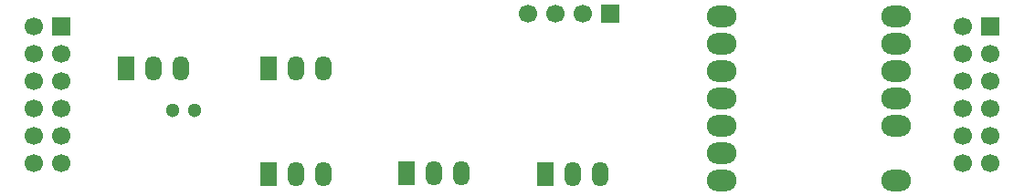
<source format=gbr>
%TF.GenerationSoftware,KiCad,Pcbnew,9.0.5*%
%TF.CreationDate,2025-11-06T16:02:27+09:00*%
%TF.ProjectId,________2,d6ecc3c9-dcfc-4c95-9f32-2e6b69636164,rev?*%
%TF.SameCoordinates,Original*%
%TF.FileFunction,Soldermask,Top*%
%TF.FilePolarity,Negative*%
%FSLAX46Y46*%
G04 Gerber Fmt 4.6, Leading zero omitted, Abs format (unit mm)*
G04 Created by KiCad (PCBNEW 9.0.5) date 2025-11-06 16:02:27*
%MOMM*%
%LPD*%
G01*
G04 APERTURE LIST*
%ADD10O,2.748280X1.998980*%
%ADD11C,1.300000*%
%ADD12R,1.500000X2.300000*%
%ADD13O,1.500000X2.300000*%
%ADD14R,1.700000X1.700000*%
%ADD15C,1.700000*%
G04 APERTURE END LIST*
D10*
%TO.C,U6*%
X134920000Y-123460000D03*
X134920000Y-118380000D03*
X134920000Y-115840000D03*
X134920000Y-113300000D03*
X134920000Y-110760000D03*
X134920000Y-108220000D03*
X118755440Y-108220000D03*
X118755440Y-110760000D03*
X118755440Y-113300000D03*
X118755440Y-115840000D03*
X118755440Y-118380000D03*
X118755440Y-120920000D03*
X118755440Y-123460000D03*
%TD*%
D11*
%TO.C,J3*%
X67880000Y-116930000D03*
X69880000Y-116930000D03*
%TD*%
D12*
%TO.C,U1*%
X76690000Y-122850000D03*
D13*
X79230000Y-122850000D03*
X81770000Y-122850000D03*
%TD*%
D12*
%TO.C,U4*%
X63483000Y-113047500D03*
D13*
X66023000Y-113047500D03*
X68563000Y-113047500D03*
%TD*%
D12*
%TO.C,U3*%
X102390000Y-122820000D03*
D13*
X104930000Y-122820000D03*
X107470000Y-122820000D03*
%TD*%
D14*
%TO.C,J6*%
X143650000Y-109180000D03*
D15*
X141110000Y-109180000D03*
X143650000Y-111720000D03*
X141110000Y-111720000D03*
X143650000Y-114260000D03*
X141110000Y-114260000D03*
X143650000Y-116800000D03*
X141110000Y-116800000D03*
X143650000Y-119340000D03*
X141110000Y-119340000D03*
X143650000Y-121880000D03*
X141110000Y-121880000D03*
%TD*%
D12*
%TO.C,U2*%
X76703000Y-113017500D03*
D13*
X79243000Y-113017500D03*
X81783000Y-113017500D03*
%TD*%
D14*
%TO.C,J1*%
X57490000Y-109180000D03*
D15*
X54950000Y-109180000D03*
X57490000Y-111720000D03*
X54950000Y-111720000D03*
X57490000Y-114260000D03*
X54950000Y-114260000D03*
X57490000Y-116800000D03*
X54950000Y-116800000D03*
X57490000Y-119340000D03*
X54950000Y-119340000D03*
X57490000Y-121880000D03*
X54950000Y-121880000D03*
%TD*%
D14*
%TO.C,J2*%
X108420000Y-107985000D03*
D15*
X105880000Y-107985000D03*
X103340000Y-107985000D03*
X100800000Y-107985000D03*
%TD*%
D12*
%TO.C,U5*%
X89540000Y-122800000D03*
D13*
X92080000Y-122800000D03*
X94620000Y-122800000D03*
%TD*%
M02*

</source>
